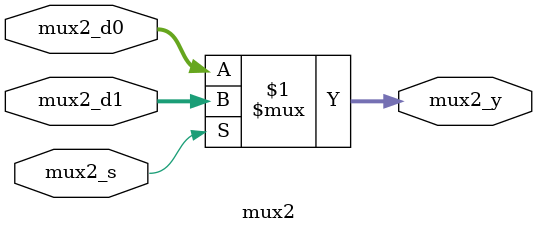
<source format=sv>
`timescale 1ns / 1ps

module mux2#(parameter WIDTH = 8)
    (input [WIDTH-1:0]  mux2_d0,mux2_d1,
    input               mux2_s,
    output [WIDTH-1:0]  mux2_y
    );
assign  mux2_y = mux2_s ? mux2_d1 : mux2_d0;
endmodule

</source>
